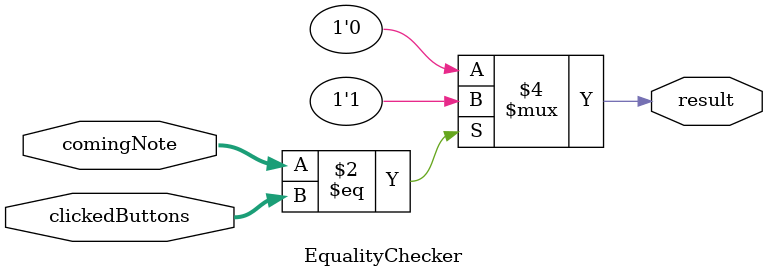
<source format=sv>
module EqualityChecker(
    input [3:0] comingNote,
    input [3:0] clickedButtons,
    output reg result
    );
    

         //clockdividing process
     always@(*)
         begin
            //if( comingNote == sendButtonStates)
            if( comingNote == clickedButtons)
              result <= 1'b1;
            else    
             result <= 1'b0;
         end

    
endmodule
</source>
